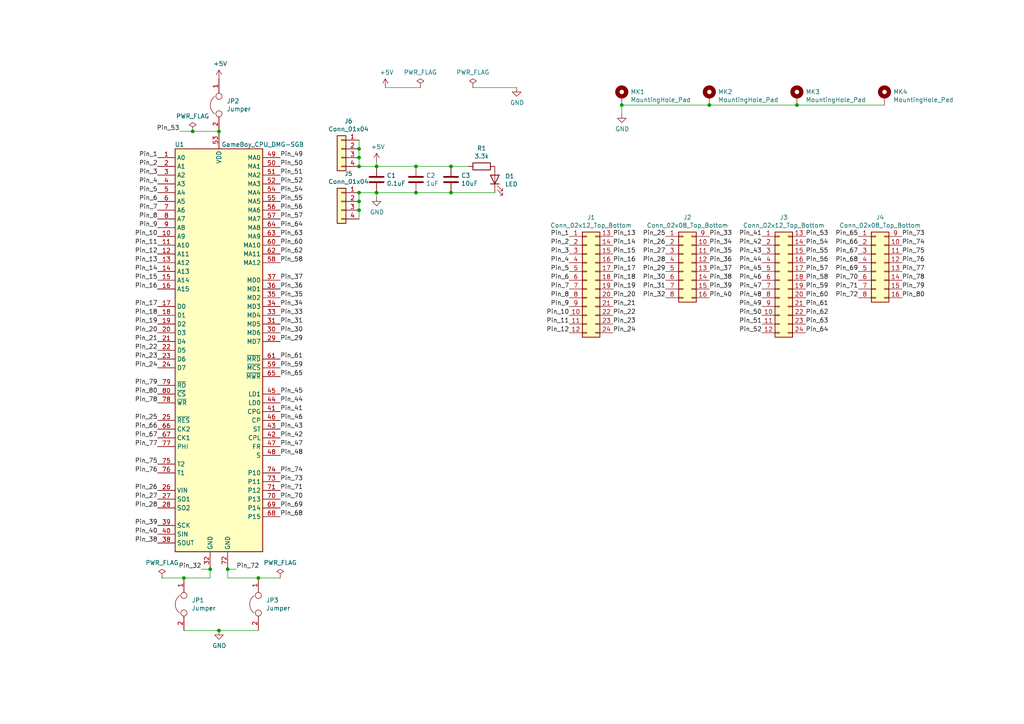
<source format=kicad_sch>
(kicad_sch (version 20211123) (generator eeschema)
  (paper "A4")
  (title_block (title "GB-BRK-CPU-G2") (rev "v1.1") (company "https://gekkio.fi"))
  (lib_symbols
    (symbol "Connector_Generic:Conn_01x04" (pin_names (offset 1.016) hide)
      (property "Reference" "J" (at 0 5.08 0))
      (property "Value" "Conn_01x04" (at 0 -7.62 0))
      (symbol "Conn_01x04_1_1"
        (rectangle (start -1.27 -4.953) (end 0 -5.207) (stroke (width 0.1524)))
        (rectangle (start -1.27 -2.413) (end 0 -2.667) (stroke (width 0.1524)))
        (rectangle (start -1.27 0.127) (end 0 -0.127) (stroke (width 0.1524)))
        (rectangle (start -1.27 2.667) (end 0 2.413) (stroke (width 0.1524)))
        (rectangle (start -1.27 3.81) (end 1.27 -6.35) (stroke (width 0.254)) (fill (type background)))
        (pin passive line (at -5.08 2.54 0) (length 3.81) (name "Pin_1") (number "1"))
        (pin passive line (at -5.08 0 0) (length 3.81) (name "Pin_2") (number "2"))
        (pin passive line (at -5.08 -2.54 0) (length 3.81) (name "Pin_3") (number "3"))
        (pin passive line (at -5.08 -5.08 0) (length 3.81) (name "Pin_4") (number "4"))
      )
    )
    (symbol "Connector_Generic:Conn_02x08_Top_Bottom" (pin_names (offset 1.016) hide)
      (property "Reference" "J" (at 1.27 10.16 0))
      (property "Value" "Conn_02x08_Top_Bottom" (at 1.27 -12.7 0))
      (symbol "Conn_02x08_Top_Bottom_1_1"
        (rectangle (start -1.27 -10.033) (end 0 -10.287) (stroke (width 0.1524)))
        (rectangle (start -1.27 -7.493) (end 0 -7.747) (stroke (width 0.1524)))
        (rectangle (start -1.27 -4.953) (end 0 -5.207) (stroke (width 0.1524)))
        (rectangle (start -1.27 -2.413) (end 0 -2.667) (stroke (width 0.1524)))
        (rectangle (start -1.27 0.127) (end 0 -0.127) (stroke (width 0.1524)))
        (rectangle (start -1.27 2.667) (end 0 2.413) (stroke (width 0.1524)))
        (rectangle (start -1.27 5.207) (end 0 4.953) (stroke (width 0.1524)))
        (rectangle (start -1.27 7.747) (end 0 7.493) (stroke (width 0.1524)))
        (rectangle (start -1.27 8.89) (end 3.81 -11.43) (stroke (width 0.254)) (fill (type background)))
        (rectangle (start 3.81 -10.033) (end 2.54 -10.287) (stroke (width 0.1524)))
        (rectangle (start 3.81 -7.493) (end 2.54 -7.747) (stroke (width 0.1524)))
        (rectangle (start 3.81 -4.953) (end 2.54 -5.207) (stroke (width 0.1524)))
        (rectangle (start 3.81 -2.413) (end 2.54 -2.667) (stroke (width 0.1524)))
        (rectangle (start 3.81 0.127) (end 2.54 -0.127) (stroke (width 0.1524)))
        (rectangle (start 3.81 2.667) (end 2.54 2.413) (stroke (width 0.1524)))
        (rectangle (start 3.81 5.207) (end 2.54 4.953) (stroke (width 0.1524)))
        (rectangle (start 3.81 7.747) (end 2.54 7.493) (stroke (width 0.1524)))
        (pin passive line (at -5.08 7.62 0) (length 3.81) (name "Pin_1") (number "1"))
        (pin passive line (at 7.62 5.08 180) (length 3.81) (name "Pin_10") (number "10"))
        (pin passive line (at 7.62 2.54 180) (length 3.81) (name "Pin_11") (number "11"))
        (pin passive line (at 7.62 0 180) (length 3.81) (name "Pin_12") (number "12"))
        (pin passive line (at 7.62 -2.54 180) (length 3.81) (name "Pin_13") (number "13"))
        (pin passive line (at 7.62 -5.08 180) (length 3.81) (name "Pin_14") (number "14"))
        (pin passive line (at 7.62 -7.62 180) (length 3.81) (name "Pin_15") (number "15"))
        (pin passive line (at 7.62 -10.16 180) (length 3.81) (name "Pin_16") (number "16"))
        (pin passive line (at -5.08 5.08 0) (length 3.81) (name "Pin_2") (number "2"))
        (pin passive line (at -5.08 2.54 0) (length 3.81) (name "Pin_3") (number "3"))
        (pin passive line (at -5.08 0 0) (length 3.81) (name "Pin_4") (number "4"))
        (pin passive line (at -5.08 -2.54 0) (length 3.81) (name "Pin_5") (number "5"))
        (pin passive line (at -5.08 -5.08 0) (length 3.81) (name "Pin_6") (number "6"))
        (pin passive line (at -5.08 -7.62 0) (length 3.81) (name "Pin_7") (number "7"))
        (pin passive line (at -5.08 -10.16 0) (length 3.81) (name "Pin_8") (number "8"))
        (pin passive line (at 7.62 7.62 180) (length 3.81) (name "Pin_9") (number "9"))
      )
    )
    (symbol "Connector_Generic:Conn_02x12_Top_Bottom" (pin_names (offset 1.016) hide)
      (property "Reference" "J" (at 1.27 15.24 0))
      (property "Value" "Conn_02x12_Top_Bottom" (at 1.27 -17.78 0))
      (symbol "Conn_02x12_Top_Bottom_1_1"
        (rectangle (start -1.27 -15.113) (end 0 -15.367) (stroke (width 0.1524)))
        (rectangle (start -1.27 -12.573) (end 0 -12.827) (stroke (width 0.1524)))
        (rectangle (start -1.27 -10.033) (end 0 -10.287) (stroke (width 0.1524)))
        (rectangle (start -1.27 -7.493) (end 0 -7.747) (stroke (width 0.1524)))
        (rectangle (start -1.27 -4.953) (end 0 -5.207) (stroke (width 0.1524)))
        (rectangle (start -1.27 -2.413) (end 0 -2.667) (stroke (width 0.1524)))
        (rectangle (start -1.27 0.127) (end 0 -0.127) (stroke (width 0.1524)))
        (rectangle (start -1.27 2.667) (end 0 2.413) (stroke (width 0.1524)))
        (rectangle (start -1.27 5.207) (end 0 4.953) (stroke (width 0.1524)))
        (rectangle (start -1.27 7.747) (end 0 7.493) (stroke (width 0.1524)))
        (rectangle (start -1.27 10.287) (end 0 10.033) (stroke (width 0.1524)))
        (rectangle (start -1.27 12.827) (end 0 12.573) (stroke (width 0.1524)))
        (rectangle (start -1.27 13.97) (end 3.81 -16.51) (stroke (width 0.254)) (fill (type background)))
        (rectangle (start 3.81 -15.113) (end 2.54 -15.367) (stroke (width 0.1524)))
        (rectangle (start 3.81 -12.573) (end 2.54 -12.827) (stroke (width 0.1524)))
        (rectangle (start 3.81 -10.033) (end 2.54 -10.287) (stroke (width 0.1524)))
        (rectangle (start 3.81 -7.493) (end 2.54 -7.747) (stroke (width 0.1524)))
        (rectangle (start 3.81 -4.953) (end 2.54 -5.207) (stroke (width 0.1524)))
        (rectangle (start 3.81 -2.413) (end 2.54 -2.667) (stroke (width 0.1524)))
        (rectangle (start 3.81 0.127) (end 2.54 -0.127) (stroke (width 0.1524)))
        (rectangle (start 3.81 2.667) (end 2.54 2.413) (stroke (width 0.1524)))
        (rectangle (start 3.81 5.207) (end 2.54 4.953) (stroke (width 0.1524)))
        (rectangle (start 3.81 7.747) (end 2.54 7.493) (stroke (width 0.1524)))
        (rectangle (start 3.81 10.287) (end 2.54 10.033) (stroke (width 0.1524)))
        (rectangle (start 3.81 12.827) (end 2.54 12.573) (stroke (width 0.1524)))
        (pin passive line (at -5.08 12.7 0) (length 3.81) (name "Pin_1") (number "1"))
        (pin passive line (at -5.08 -10.16 0) (length 3.81) (name "Pin_10") (number "10"))
        (pin passive line (at -5.08 -12.7 0) (length 3.81) (name "Pin_11") (number "11"))
        (pin passive line (at -5.08 -15.24 0) (length 3.81) (name "Pin_12") (number "12"))
        (pin passive line (at 7.62 12.7 180) (length 3.81) (name "Pin_13") (number "13"))
        (pin passive line (at 7.62 10.16 180) (length 3.81) (name "Pin_14") (number "14"))
        (pin passive line (at 7.62 7.62 180) (length 3.81) (name "Pin_15") (number "15"))
        (pin passive line (at 7.62 5.08 180) (length 3.81) (name "Pin_16") (number "16"))
        (pin passive line (at 7.62 2.54 180) (length 3.81) (name "Pin_17") (number "17"))
        (pin passive line (at 7.62 0 180) (length 3.81) (name "Pin_18") (number "18"))
        (pin passive line (at 7.62 -2.54 180) (length 3.81) (name "Pin_19") (number "19"))
        (pin passive line (at -5.08 10.16 0) (length 3.81) (name "Pin_2") (number "2"))
        (pin passive line (at 7.62 -5.08 180) (length 3.81) (name "Pin_20") (number "20"))
        (pin passive line (at 7.62 -7.62 180) (length 3.81) (name "Pin_21") (number "21"))
        (pin passive line (at 7.62 -10.16 180) (length 3.81) (name "Pin_22") (number "22"))
        (pin passive line (at 7.62 -12.7 180) (length 3.81) (name "Pin_23") (number "23"))
        (pin passive line (at 7.62 -15.24 180) (length 3.81) (name "Pin_24") (number "24"))
        (pin passive line (at -5.08 7.62 0) (length 3.81) (name "Pin_3") (number "3"))
        (pin passive line (at -5.08 5.08 0) (length 3.81) (name "Pin_4") (number "4"))
        (pin passive line (at -5.08 2.54 0) (length 3.81) (name "Pin_5") (number "5"))
        (pin passive line (at -5.08 0 0) (length 3.81) (name "Pin_6") (number "6"))
        (pin passive line (at -5.08 -2.54 0) (length 3.81) (name "Pin_7") (number "7"))
        (pin passive line (at -5.08 -5.08 0) (length 3.81) (name "Pin_8") (number "8"))
        (pin passive line (at -5.08 -7.62 0) (length 3.81) (name "Pin_9") (number "9"))
      )
    )
    (symbol "Device:C" (pin_numbers hide) (pin_names (offset 0.254))
      (property "Reference" "C" (at 0.635 2.54 0))
      (property "Value" "C" (at 0.635 -2.54 0))
      (symbol "C_0_1"
        (polyline (pts (xy -2.032 -0.762) (xy 2.032 -0.762)) (stroke (width 0.508)))
        (polyline (pts (xy -2.032 0.762) (xy 2.032 0.762)) (stroke (width 0.508)))
      )
      (symbol "C_1_1"
        (pin passive line (at 0 3.81 270) (length 2.794) (name "~") (number "1"))
        (pin passive line (at 0 -3.81 90) (length 2.794) (name "~") (number "2"))
      )
    )
    (symbol "Device:Jumper" (pin_names (offset 0.762) hide)
      (property "Reference" "JP" (at 0 3.81 0))
      (property "Value" "Jumper" (at 0 -2.032 0))
      (symbol "Jumper_0_1"
        (circle (center -2.54 0) (radius 0.889))
        (arc (start 2.5146 1.27) (mid 0.0078 2.5097) (end -2.4892 1.27))
        (circle (center 2.54 0) (radius 0.889))
        (pin passive line (at -7.62 0 0) (length 4.191) (name "1") (number "1"))
        (pin passive line (at 7.62 0 180) (length 4.191) (name "2") (number "2"))
      )
    )
    (symbol "Device:LED" (pin_numbers hide) (pin_names (offset 1.016) hide)
      (property "Reference" "D" (at 0 2.54 0))
      (property "Value" "LED" (at 0 -2.54 0))
      (symbol "LED_0_1"
        (polyline (pts (xy -1.27 -1.27) (xy -1.27 1.27)) (stroke (width 0.254)))
        (polyline (pts (xy -1.27 0) (xy 1.27 0)))
        (polyline (pts (xy 1.27 -1.27) (xy 1.27 1.27) (xy -1.27 0) (xy 1.27 -1.27)) (stroke (width 0.254)))
        (polyline (pts (xy -3.048 -0.762) (xy -4.572 -2.286) (xy -3.81 -2.286) (xy -4.572 -2.286) (xy -4.572 -1.524)))
        (polyline (pts (xy -1.778 -0.762) (xy -3.302 -2.286) (xy -2.54 -2.286) (xy -3.302 -2.286) (xy -3.302 -1.524)))
      )
      (symbol "LED_1_1"
        (pin passive line (at -3.81 0 0) (length 2.54) (name "K") (number "1"))
        (pin passive line (at 3.81 0 180) (length 2.54) (name "A") (number "2"))
      )
    )
    (symbol "Device:R" (pin_numbers hide) (pin_names (offset 0))
      (property "Reference" "R" (at 2.032 0 90))
      (property "Value" "R" (at 0 0 90))
      (symbol "R_0_1"
        (rectangle (start -1.016 -2.54) (end 1.016 2.54) (stroke (width 0.254)))
      )
      (symbol "R_1_1"
        (pin passive line (at 0 3.81 270) (length 1.27) (name "~") (number "1"))
        (pin passive line (at 0 -3.81 90) (length 1.27) (name "~") (number "2"))
      )
    )
    (symbol "Gekkio_CPU_Nintendo:GameBoy_CPU_MGB"
      (property "Reference" "U" (at -3.81 60.96 0))
      (property "Value" "GameBoy_CPU_MGB" (at 3.81 60.96 0))
      (symbol "GameBoy_CPU_MGB_0_1"
        (rectangle (start 12.7 -58.42) (end -12.7 58.42) (stroke (width 0.254)) (fill (type background)))
      )
      (symbol "GameBoy_CPU_MGB_1_1"
        (pin bidirectional line (at -17.78 55.88 0) (length 5.08) (name "A0") (number "1"))
        (pin bidirectional line (at -17.78 33.02 0) (length 5.08) (name "A9") (number "10"))
        (pin bidirectional line (at -17.78 30.48 0) (length 5.08) (name "A10") (number "11"))
        (pin bidirectional line (at -17.78 27.94 0) (length 5.08) (name "A11") (number "12"))
        (pin bidirectional line (at -17.78 25.4 0) (length 5.08) (name "A12") (number "13"))
        (pin bidirectional line (at -17.78 22.86 0) (length 5.08) (name "A13") (number "14"))
        (pin bidirectional line (at -17.78 20.32 0) (length 5.08) (name "A14") (number "15"))
        (pin bidirectional line (at -17.78 17.78 0) (length 5.08) (name "A15") (number "16"))
        (pin bidirectional line (at -17.78 12.7 0) (length 5.08) (name "D0") (number "17"))
        (pin bidirectional line (at -17.78 10.16 0) (length 5.08) (name "D1") (number "18"))
        (pin bidirectional line (at -17.78 7.62 0) (length 5.08) (name "D2") (number "19"))
        (pin bidirectional line (at -17.78 53.34 0) (length 5.08) (name "A1") (number "2"))
        (pin bidirectional line (at -17.78 5.08 0) (length 5.08) (name "D3") (number "20"))
        (pin bidirectional line (at -17.78 2.54 0) (length 5.08) (name "D4") (number "21"))
        (pin bidirectional line (at -17.78 0 0) (length 5.08) (name "D5") (number "22"))
        (pin bidirectional line (at -17.78 -2.54 0) (length 5.08) (name "D6") (number "23"))
        (pin bidirectional line (at -17.78 -5.08 0) (length 5.08) (name "D7") (number "24"))
        (pin input line (at -17.78 -20.32 0) (length 5.08) (name "~{RES}") (number "25"))
        (pin passive line (at -17.78 -40.64 0) (length 5.08) (name "VIN") (number "26"))
        (pin passive line (at -17.78 -43.18 0) (length 5.08) (name "SO1") (number "27"))
        (pin passive line (at -17.78 -45.72 0) (length 5.08) (name "SO2") (number "28"))
        (pin bidirectional line (at 17.78 2.54 180) (length 5.08) (name "MD7") (number "29"))
        (pin bidirectional line (at -17.78 50.8 0) (length 5.08) (name "A2") (number "3"))
        (pin bidirectional line (at 17.78 5.08 180) (length 5.08) (name "MD6") (number "30"))
        (pin bidirectional line (at 17.78 7.62 180) (length 5.08) (name "MD5") (number "31"))
        (pin power_in line (at -2.54 -63.5 90) (length 5.08) (name "GND") (number "32"))
        (pin bidirectional line (at 17.78 10.16 180) (length 5.08) (name "MD4") (number "33"))
        (pin bidirectional line (at 17.78 12.7 180) (length 5.08) (name "MD3") (number "34"))
        (pin bidirectional line (at 17.78 15.24 180) (length 5.08) (name "MD2") (number "35"))
        (pin bidirectional line (at 17.78 17.78 180) (length 5.08) (name "MD1") (number "36"))
        (pin bidirectional line (at 17.78 20.32 180) (length 5.08) (name "MD0") (number "37"))
        (pin output line (at -17.78 -55.88 0) (length 5.08) (name "SOUT") (number "38"))
        (pin bidirectional line (at -17.78 -50.8 0) (length 5.08) (name "SCK") (number "39"))
        (pin bidirectional line (at -17.78 48.26 0) (length 5.08) (name "A3") (number "4"))
        (pin input line (at -17.78 -53.34 0) (length 5.08) (name "SIN") (number "40"))
        (pin output line (at 17.78 -17.78 180) (length 5.08) (name "CPG") (number "41"))
        (pin output line (at 17.78 -25.4 180) (length 5.08) (name "CPL") (number "42"))
        (pin output line (at 17.78 -22.86 180) (length 5.08) (name "ST") (number "43"))
        (pin output line (at 17.78 -15.24 180) (length 5.08) (name "LD0") (number "44"))
        (pin output line (at 17.78 -12.7 180) (length 5.08) (name "LD1") (number "45"))
        (pin output line (at 17.78 -20.32 180) (length 5.08) (name "CP") (number "46"))
        (pin output line (at 17.78 -27.94 180) (length 5.08) (name "FR") (number "47"))
        (pin output line (at 17.78 -30.48 180) (length 5.08) (name "S") (number "48"))
        (pin output line (at 17.78 55.88 180) (length 5.08) (name "MA0") (number "49"))
        (pin bidirectional line (at -17.78 45.72 0) (length 5.08) (name "A4") (number "5"))
        (pin output line (at 17.78 53.34 180) (length 5.08) (name "MA1") (number "50"))
        (pin output line (at 17.78 50.8 180) (length 5.08) (name "MA2") (number "51"))
        (pin output line (at 17.78 48.26 180) (length 5.08) (name "MA3") (number "52"))
        (pin power_in line (at 0 63.5 270) (length 5.08) (name "VDD") (number "53"))
        (pin output line (at 17.78 45.72 180) (length 5.08) (name "MA4") (number "54"))
        (pin output line (at 17.78 43.18 180) (length 5.08) (name "MA5") (number "55"))
        (pin output line (at 17.78 40.64 180) (length 5.08) (name "MA6") (number "56"))
        (pin output line (at 17.78 38.1 180) (length 5.08) (name "MA7") (number "57"))
        (pin output line (at 17.78 25.4 180) (length 5.08) (name "MA12") (number "58"))
        (pin bidirectional line (at 17.78 -5.08 180) (length 5.08) (name "~{MCS}") (number "59"))
        (pin bidirectional line (at -17.78 43.18 0) (length 5.08) (name "A5") (number "6"))
        (pin output line (at 17.78 30.48 180) (length 5.08) (name "MA10") (number "60"))
        (pin bidirectional line (at 17.78 -2.54 180) (length 5.08) (name "~{MRD}") (number "61"))
        (pin output line (at 17.78 27.94 180) (length 5.08) (name "MA11") (number "62"))
        (pin output line (at 17.78 33.02 180) (length 5.08) (name "MA9") (number "63"))
        (pin output line (at 17.78 35.56 180) (length 5.08) (name "MA8") (number "64"))
        (pin bidirectional line (at 17.78 -7.62 180) (length 5.08) (name "~{MWR}") (number "65"))
        (pin passive line (at -17.78 -22.86 0) (length 5.08) (name "CK2") (number "66"))
        (pin input line (at -17.78 -25.4 0) (length 5.08) (name "CK1") (number "67"))
        (pin output line (at 17.78 -48.26 180) (length 5.08) (name "P15") (number "68"))
        (pin output line (at 17.78 -45.72 180) (length 5.08) (name "P14") (number "69"))
        (pin bidirectional line (at -17.78 40.64 0) (length 5.08) (name "A6") (number "7"))
        (pin input line (at 17.78 -43.18 180) (length 5.08) (name "P13") (number "70"))
        (pin input line (at 17.78 -40.64 180) (length 5.08) (name "P12") (number "71"))
        (pin power_in line (at 2.54 -63.5 90) (length 5.08) (name "GND") (number "72"))
        (pin input line (at 17.78 -38.1 180) (length 5.08) (name "P11") (number "73"))
        (pin input line (at 17.78 -35.56 180) (length 5.08) (name "P10") (number "74"))
        (pin input line (at -17.78 -33.02 0) (length 5.08) (name "T2") (number "75"))
        (pin input line (at -17.78 -35.56 0) (length 5.08) (name "T1") (number "76"))
        (pin output line (at -17.78 -27.94 0) (length 5.08) (name "PHI") (number "77"))
        (pin bidirectional line (at -17.78 -15.24 0) (length 5.08) (name "~{WR}") (number "78"))
        (pin bidirectional line (at -17.78 -10.16 0) (length 5.08) (name "~{RD}") (number "79"))
        (pin bidirectional line (at -17.78 38.1 0) (length 5.08) (name "A7") (number "8"))
        (pin output line (at -17.78 -12.7 0) (length 5.08) (name "~{CS}") (number "80"))
        (pin bidirectional line (at -17.78 35.56 0) (length 5.08) (name "A8") (number "9"))
      )
    )
    (symbol "Mechanical:MountingHole_Pad" (pin_numbers hide) (pin_names (offset 1.016) hide)
      (property "Reference" "H" (at 0 6.35 0))
      (property "Value" "MountingHole_Pad" (at 0 4.445 0))
      (symbol "MountingHole_Pad_0_1"
        (circle (center 0 1.27) (radius 1.27) (stroke (width 1.27)))
      )
      (symbol "MountingHole_Pad_1_1"
        (pin input line (at 0 -2.54 90) (length 2.54) (name "1") (number "1"))
      )
    )
    (symbol "power:+5V" (power) (pin_names (offset 0))
      (property "Value" "+5V" (at 0 3.556 0))
      (symbol "+5V_0_1"
        (polyline (pts (xy -0.762 1.27) (xy 0 2.54)))
        (polyline (pts (xy 0 0) (xy 0 2.54)))
        (polyline (pts (xy 0 2.54) (xy 0.762 1.27)))
      )
      (symbol "+5V_1_1"
        (pin power_in line (at 0 0 90) (length 0) hide (name "+5V") (number "1"))
      )
    )
    (symbol "power:GND" (power) (pin_names (offset 0))
      (property "Value" "GND" (at 0 -3.81 0))
      (symbol "GND_0_1"
        (polyline (pts (xy 0 0) (xy 0 -1.27) (xy 1.27 -1.27) (xy 0 -2.54) (xy -1.27 -1.27) (xy 0 -1.27)))
      )
      (symbol "GND_1_1"
        (pin power_in line (at 0 0 270) (length 0) hide (name "GND") (number "1"))
      )
    )
    (symbol "power:PWR_FLAG" (power) (pin_numbers hide) (pin_names (offset 0) hide)
      (property "Value" "PWR_FLAG" (at 0 3.81 0))
      (symbol "PWR_FLAG_0_0"
        (pin power_out line (at 0 0 90) (length 0) (name "pwr") (number "1"))
      )
      (symbol "PWR_FLAG_0_1"
        (polyline (pts (xy 0 0) (xy 0 1.27) (xy -1.016 1.905) (xy 0 2.54) (xy 1.016 1.905) (xy 0 1.27)))
      )
    )
  )
  (junction (at 104.14 60.96))
  (junction (at 104.14 55.88))
  (junction (at 63.5 38.1))
  (junction (at 180.34 30.48))
  (junction (at 74.93 167.64))
  (junction (at 104.14 45.72))
  (junction (at 109.22 48.26))
  (junction (at 104.14 43.18))
  (junction (at 104.14 48.26))
  (junction (at 120.65 55.88))
  (junction (at 120.65 48.26))
  (junction (at 130.81 48.26))
  (junction (at 130.81 55.88))
  (junction (at 231.14 30.48))
  (junction (at 55.88 38.1))
  (junction (at 109.22 55.88))
  (junction (at 205.74 30.48))
  (junction (at 63.5 182.88))
  (junction (at 104.14 58.42))
  (junction (at 53.34 167.64))
  (junction (at 66.04 165.1))
  (junction (at 60.96 165.1))
  (wire (pts (xy 180.34 30.48) (xy 180.34 33.02)))
  (wire (pts (xy 120.65 55.88) (xy 130.81 55.88)))
  (wire (pts (xy 104.14 48.26) (xy 109.22 48.26)))
  (wire (pts (xy 130.81 55.88) (xy 143.51 55.88)))
  (wire (pts (xy 52.07 38.1) (xy 55.88 38.1)))
  (wire (pts (xy 109.22 46.99) (xy 109.22 48.26)))
  (wire (pts (xy 63.5 182.88) (xy 74.93 182.88)))
  (wire (pts (xy 60.96 165.1) (xy 58.42 165.1)))
  (wire (pts (xy 46.99 167.64) (xy 53.34 167.64)))
  (wire (pts (xy 74.93 167.64) (xy 66.04 167.64)))
  (wire (pts (xy 104.14 60.96) (xy 104.14 63.5)))
  (wire (pts (xy 53.34 182.88) (xy 63.5 182.88)))
  (wire (pts (xy 109.22 48.26) (xy 120.65 48.26)))
  (wire (pts (xy 55.88 38.1) (xy 63.5 38.1)))
  (wire (pts (xy 104.14 40.64) (xy 104.14 43.18)))
  (wire (pts (xy 180.34 30.48) (xy 205.74 30.48)))
  (wire (pts (xy 104.14 55.88) (xy 104.14 58.42)))
  (wire (pts (xy 109.22 55.88) (xy 120.65 55.88)))
  (wire (pts (xy 111.76 25.4) (xy 121.92 25.4)))
  (wire (pts (xy 130.81 48.26) (xy 135.89 48.26)))
  (wire (pts (xy 109.22 55.88) (xy 104.14 55.88)))
  (wire (pts (xy 66.04 165.1) (xy 66.04 167.64)))
  (wire (pts (xy 74.93 167.64) (xy 81.28 167.64)))
  (wire (pts (xy 104.14 58.42) (xy 104.14 60.96)))
  (wire (pts (xy 104.14 43.18) (xy 104.14 45.72)))
  (wire (pts (xy 68.58 165.1) (xy 66.04 165.1)))
  (wire (pts (xy 60.96 167.64) (xy 53.34 167.64)))
  (wire (pts (xy 120.65 48.26) (xy 130.81 48.26)))
  (wire (pts (xy 137.16 25.4) (xy 149.86 25.4)))
  (wire (pts (xy 104.14 45.72) (xy 104.14 48.26)))
  (wire (pts (xy 205.74 30.48) (xy 231.14 30.48)))
  (wire (pts (xy 231.14 30.48) (xy 256.54 30.48)))
  (wire (pts (xy 109.22 55.88) (xy 109.22 57.15)))
  (wire (pts (xy 60.96 165.1) (xy 60.96 167.64)))
  (label "Pin_40" (at 205.74 86.36 0))
  (label "Pin_11" (at 165.1 93.98 180))
  (label "Pin_34" (at 205.74 71.12 0))
  (label "Pin_8" (at 165.1 86.36 180))
  (label "Pin_48" (at 81.28 132.08 0))
  (label "Pin_30" (at 193.04 81.28 180))
  (label "Pin_25" (at 45.72 121.92 180))
  (label "Pin_65" (at 81.28 109.22 0))
  (label "Pin_48" (at 220.98 86.36 180))
  (label "Pin_76" (at 45.72 137.16 180))
  (label "Pin_28" (at 45.72 147.32 180))
  (label "Pin_61" (at 233.68 88.9 0))
  (label "Pin_9" (at 45.72 66.04 180))
  (label "Pin_2" (at 45.72 48.26 180))
  (label "Pin_39" (at 45.72 152.4 180))
  (label "Pin_26" (at 45.72 142.24 180))
  (label "Pin_43" (at 81.28 124.46 0))
  (label "Pin_15" (at 45.72 81.28 180))
  (label "Pin_57" (at 81.28 63.5 0))
  (label "Pin_29" (at 193.04 78.74 180))
  (label "Pin_46" (at 220.98 81.28 180))
  (label "Pin_51" (at 220.98 93.98 180))
  (label "Pin_15" (at 177.8 73.66 0))
  (label "Pin_30" (at 81.28 96.52 0))
  (label "Pin_79" (at 261.62 83.82 0))
  (label "Pin_78" (at 261.62 81.28 0))
  (label "Pin_24" (at 177.8 96.52 0))
  (label "Pin_10" (at 165.1 91.44 180))
  (label "Pin_62" (at 233.68 91.44 0))
  (label "Pin_31" (at 193.04 83.82 180))
  (label "Pin_24" (at 45.72 106.68 180))
  (label "Pin_3" (at 45.72 50.8 180))
  (label "Pin_40" (at 45.72 154.94 180))
  (label "Pin_43" (at 220.98 73.66 180))
  (label "Pin_55" (at 81.28 58.42 0))
  (label "Pin_20" (at 45.72 96.52 180))
  (label "Pin_78" (at 45.72 116.84 180))
  (label "Pin_35" (at 205.74 73.66 0))
  (label "Pin_45" (at 220.98 78.74 180))
  (label "Pin_52" (at 81.28 53.34 0))
  (label "Pin_39" (at 205.74 83.82 0))
  (label "Pin_77" (at 261.62 78.74 0))
  (label "Pin_41" (at 81.28 119.38 0))
  (label "Pin_58" (at 81.28 76.2 0))
  (label "Pin_38" (at 45.72 157.48 180))
  (label "Pin_51" (at 81.28 50.8 0))
  (label "Pin_35" (at 81.28 86.36 0))
  (label "Pin_37" (at 205.74 78.74 0))
  (label "Pin_12" (at 165.1 96.52 180))
  (label "Pin_59" (at 81.28 106.68 0))
  (label "Pin_36" (at 205.74 76.2 0))
  (label "Pin_33" (at 205.74 68.58 0))
  (label "Pin_5" (at 165.1 78.74 180))
  (label "Pin_17" (at 177.8 78.74 0))
  (label "Pin_47" (at 81.28 129.54 0))
  (label "Pin_16" (at 177.8 76.2 0))
  (label "Pin_28" (at 193.04 76.2 180))
  (label "Pin_69" (at 81.28 147.32 0))
  (label "Pin_25" (at 193.04 68.58 180))
  (label "Pin_10" (at 45.72 68.58 180))
  (label "Pin_65" (at 248.92 68.58 180))
  (label "Pin_9" (at 165.1 88.9 180))
  (label "Pin_80" (at 45.72 114.3 180))
  (label "Pin_37" (at 81.28 81.28 0))
  (label "Pin_73" (at 81.28 139.7 0))
  (label "Pin_76" (at 261.62 76.2 0))
  (label "Pin_52" (at 220.98 96.52 180))
  (label "Pin_14" (at 177.8 71.12 0))
  (label "Pin_23" (at 45.72 104.14 180))
  (label "Pin_20" (at 177.8 86.36 0))
  (label "Pin_67" (at 45.72 127 180))
  (label "Pin_80" (at 261.62 86.36 0))
  (label "Pin_1" (at 45.72 45.72 180))
  (label "Pin_57" (at 233.68 78.74 0))
  (label "Pin_53" (at 52.07 38.1 180))
  (label "Pin_3" (at 165.1 73.66 180))
  (label "Pin_61" (at 81.28 104.14 0))
  (label "Pin_50" (at 220.98 91.44 180))
  (label "Pin_64" (at 81.28 66.04 0))
  (label "Pin_32" (at 193.04 86.36 180))
  (label "Pin_18" (at 177.8 81.28 0))
  (label "Pin_18" (at 45.72 91.44 180))
  (label "Pin_56" (at 81.28 60.96 0))
  (label "Pin_66" (at 248.92 71.12 180))
  (label "Pin_54" (at 81.28 55.88 0))
  (label "Pin_26" (at 193.04 71.12 180))
  (label "Pin_45" (at 81.28 114.3 0))
  (label "Pin_19" (at 177.8 83.82 0))
  (label "Pin_13" (at 45.72 76.2 180))
  (label "Pin_68" (at 81.28 149.86 0))
  (label "Pin_22" (at 45.72 101.6 180))
  (label "Pin_27" (at 193.04 73.66 180))
  (label "Pin_59" (at 233.68 83.82 0))
  (label "Pin_6" (at 165.1 81.28 180))
  (label "Pin_33" (at 81.28 91.44 0))
  (label "Pin_22" (at 177.8 91.44 0))
  (label "Pin_53" (at 233.68 68.58 0))
  (label "Pin_70" (at 248.92 81.28 180))
  (label "Pin_41" (at 220.98 68.58 180))
  (label "Pin_23" (at 177.8 93.98 0))
  (label "Pin_31" (at 81.28 93.98 0))
  (label "Pin_72" (at 68.58 165.1 0))
  (label "Pin_50" (at 81.28 48.26 0))
  (label "Pin_4" (at 45.72 53.34 180))
  (label "Pin_74" (at 81.28 137.16 0))
  (label "Pin_44" (at 81.28 116.84 0))
  (label "Pin_2" (at 165.1 71.12 180))
  (label "Pin_66" (at 45.72 124.46 180))
  (label "Pin_32" (at 58.42 165.1 180))
  (label "Pin_17" (at 45.72 88.9 180))
  (label "Pin_12" (at 45.72 73.66 180))
  (label "Pin_69" (at 248.92 78.74 180))
  (label "Pin_64" (at 233.68 96.52 0))
  (label "Pin_67" (at 248.92 73.66 180))
  (label "Pin_58" (at 233.68 81.28 0))
  (label "Pin_63" (at 233.68 93.98 0))
  (label "Pin_36" (at 81.28 83.82 0))
  (label "Pin_71" (at 81.28 142.24 0))
  (label "Pin_21" (at 45.72 99.06 180))
  (label "Pin_71" (at 248.92 83.82 180))
  (label "Pin_19" (at 45.72 93.98 180))
  (label "Pin_1" (at 165.1 68.58 180))
  (label "Pin_21" (at 177.8 88.9 0))
  (label "Pin_38" (at 205.74 81.28 0))
  (label "Pin_74" (at 261.62 71.12 0))
  (label "Pin_49" (at 81.28 45.72 0))
  (label "Pin_60" (at 81.28 71.12 0))
  (label "Pin_73" (at 261.62 68.58 0))
  (label "Pin_63" (at 81.28 68.58 0))
  (label "Pin_7" (at 165.1 83.82 180))
  (label "Pin_77" (at 45.72 129.54 180))
  (label "Pin_68" (at 248.92 76.2 180))
  (label "Pin_16" (at 45.72 83.82 180))
  (label "Pin_29" (at 81.28 99.06 0))
  (label "Pin_13" (at 177.8 68.58 0))
  (label "Pin_42" (at 220.98 71.12 180))
  (label "Pin_27" (at 45.72 144.78 180))
  (label "Pin_44" (at 220.98 76.2 180))
  (label "Pin_62" (at 81.28 73.66 0))
  (label "Pin_6" (at 45.72 58.42 180))
  (label "Pin_72" (at 248.92 86.36 180))
  (label "Pin_49" (at 220.98 88.9 180))
  (label "Pin_54" (at 233.68 71.12 0))
  (label "Pin_7" (at 45.72 60.96 180))
  (label "Pin_8" (at 45.72 63.5 180))
  (label "Pin_34" (at 81.28 88.9 0))
  (label "Pin_60" (at 233.68 86.36 0))
  (label "Pin_79" (at 45.72 111.76 180))
  (label "Pin_75" (at 261.62 73.66 0))
  (label "Pin_4" (at 165.1 76.2 180))
  (label "Pin_11" (at 45.72 71.12 180))
  (label "Pin_46" (at 81.28 121.92 0))
  (label "Pin_5" (at 45.72 55.88 180))
  (label "Pin_75" (at 45.72 134.62 180))
  (label "Pin_14" (at 45.72 78.74 180))
  (label "Pin_42" (at 81.28 127 0))
  (label "Pin_56" (at 233.68 76.2 0))
  (label "Pin_47" (at 220.98 83.82 180))
  (label "Pin_55" (at 233.68 73.66 0))
  (label "Pin_70" (at 81.28 144.78 0))
  (symbol (lib_id "Gekkio_CPU_Nintendo:GameBoy_CPU_MGB") (at 63.5 101.6 0) (unit 1)
    (property "Reference" "U1" (at 52.07 41.91 0))
    (property "Value" "GameBoy_CPU_DMG-SGB" (at 76.2 41.91 0))
    (property "Footprint" "Gekkio_Package_QFP:Sharp_QFP-80_14x20mm_P0.8mm" (effects hide))
  )
  (symbol (lib_id "Connector_Generic:Conn_01x04") (at 99.06 58.42 0) (mirror y) (unit 1)
    (property "Reference" "J5" (at 101.092 50.3682 0))
    (property "Value" "Conn_01x04" (at 101.092 52.6796 0))
    (property "Footprint" "Connector_PinHeader_2.54mm:PinHeader_1x04_P2.54mm_Vertical" (effects hide))
  )
  (symbol (lib_id "Connector_Generic:Conn_02x12_Top_Bottom") (at 170.18 81.28 0) (unit 1)
    (property "Reference" "J1" (at 171.45 63.0682 0))
    (property "Value" "Conn_02x12_Top_Bottom" (at 171.45 65.3796 0))
    (property "Footprint" "Connector_PinHeader_2.54mm:PinHeader_2x12_P2.54mm_Vertical" (effects hide))
  )
  (symbol (lib_id "Connector_Generic:Conn_02x12_Top_Bottom") (at 226.06 81.28 0) (unit 1)
    (property "Reference" "J3" (at 227.33 63.0682 0))
    (property "Value" "Conn_02x12_Top_Bottom" (at 227.33 65.3796 0))
    (property "Footprint" "Connector_PinHeader_2.54mm:PinHeader_2x12_P2.54mm_Vertical" (effects hide))
  )
  (symbol (lib_id "Connector_Generic:Conn_02x08_Top_Bottom") (at 198.12 76.2 0) (unit 1)
    (property "Reference" "J2" (at 199.39 63.0682 0))
    (property "Value" "Conn_02x08_Top_Bottom" (at 199.39 65.3796 0))
    (property "Footprint" "Connector_PinHeader_2.54mm:PinHeader_2x08_P2.54mm_Vertical" (effects hide))
  )
  (symbol (lib_id "Connector_Generic:Conn_02x08_Top_Bottom") (at 254 76.2 0) (unit 1)
    (property "Reference" "J4" (at 255.27 63.0682 0))
    (property "Value" "Conn_02x08_Top_Bottom" (at 255.27 65.3796 0))
    (property "Footprint" "Connector_PinHeader_2.54mm:PinHeader_2x08_P2.54mm_Vertical" (effects hide))
  )
  (symbol (lib_id "Connector_Generic:Conn_01x04") (at 99.06 43.18 0) (mirror y) (unit 1)
    (property "Reference" "J6" (at 101.092 35.1282 0))
    (property "Value" "Conn_01x04" (at 101.092 37.4396 0))
    (property "Footprint" "Connector_PinHeader_2.54mm:PinHeader_1x04_P2.54mm_Vertical" (effects hide))
  )
  (symbol (lib_id "power:PWR_FLAG") (at 55.88 38.1 0) (unit 1)
    (property "Reference" "#FLG0101" (effects hide))
    (property "Value" "PWR_FLAG" (at 55.88 33.6804 0))
  )
  (symbol (lib_id "power:PWR_FLAG") (at 81.28 167.64 0) (unit 1)
    (property "Reference" "#FLG0102" (effects hide))
    (property "Value" "PWR_FLAG" (at 81.28 163.2204 0))
  )
  (symbol (lib_id "power:PWR_FLAG") (at 46.99 167.64 0) (unit 1)
    (property "Reference" "#FLG0103" (effects hide))
    (property "Value" "PWR_FLAG" (at 46.99 163.2204 0))
  )
  (symbol (lib_id "power:PWR_FLAG") (at 121.92 25.4 0) (unit 1)
    (property "Reference" "#FLG0104" (effects hide))
    (property "Value" "PWR_FLAG" (at 121.92 20.9804 0))
  )
  (symbol (lib_id "power:PWR_FLAG") (at 137.16 25.4 0) (unit 1)
    (property "Reference" "#FLG0105" (effects hide))
    (property "Value" "PWR_FLAG" (at 137.16 20.9804 0))
  )
  (symbol (lib_id "power:+5V") (at 111.76 25.4 0) (unit 1)
    (property "Reference" "#PWR0105" (effects hide))
    (property "Value" "+5V" (at 112.141 21.0058 0))
  )
  (symbol (lib_id "power:GND") (at 149.86 25.4 0) (unit 1)
    (property "Reference" "#PWR0106" (effects hide))
    (property "Value" "GND" (at 149.987 29.7942 0))
  )
  (symbol (lib_id "power:GND") (at 63.5 182.88 0) (unit 1)
    (property "Reference" "#PWR0101" (effects hide))
    (property "Value" "GND" (at 63.627 187.2742 0))
  )
  (symbol (lib_id "power:+5V") (at 63.5 22.86 0) (unit 1)
    (property "Reference" "#PWR0102" (effects hide))
    (property "Value" "+5V" (at 63.881 18.4658 0))
  )
  (symbol (lib_id "Device:Jumper") (at 53.34 175.26 90) (mirror x) (unit 1)
    (property "Reference" "JP1" (at 55.5752 174.0916 90) (effects (justify right)))
    (property "Value" "Jumper" (at 55.5752 176.403 90) (effects (justify right)))
    (property "Footprint" "Jumper:SolderJumper-2_P1.3mm_Open_TrianglePad1.0x1.5mm" (effects hide))
  )
  (symbol (lib_id "Device:Jumper") (at 74.93 175.26 90) (mirror x) (unit 1)
    (property "Reference" "JP3" (at 77.1652 174.0916 90) (effects (justify right)))
    (property "Value" "Jumper" (at 77.1652 176.403 90) (effects (justify right)))
    (property "Footprint" "Jumper:SolderJumper-2_P1.3mm_Open_TrianglePad1.0x1.5mm" (effects hide))
  )
  (symbol (lib_id "Device:Jumper") (at 63.5 30.48 90) (mirror x) (unit 1)
    (property "Reference" "JP2" (at 65.7352 29.3116 90) (effects (justify right)))
    (property "Value" "Jumper" (at 65.7352 31.623 90) (effects (justify right)))
    (property "Footprint" "Jumper:SolderJumper-2_P1.3mm_Open_TrianglePad1.0x1.5mm" (effects hide))
  )
  (symbol (lib_id "power:+5V") (at 109.22 46.99 0) (unit 1)
    (property "Reference" "#PWR0103" (effects hide))
    (property "Value" "+5V" (at 109.601 42.5958 0))
  )
  (symbol (lib_id "power:GND") (at 109.22 57.15 0) (unit 1)
    (property "Reference" "#PWR0104" (effects hide))
    (property "Value" "GND" (at 109.347 61.5442 0))
  )
  (symbol (lib_id "Device:C") (at 109.22 52.07 0) (unit 1)
    (property "Reference" "C1" (at 112.141 50.9016 0) (effects (justify left)))
    (property "Value" "0.1uF" (at 112.141 53.213 0) (effects (justify left)))
    (property "Footprint" "Capacitor_SMD:C_0603_1608Metric" (effects hide))
  )
  (symbol (lib_id "Device:C") (at 120.65 52.07 0) (unit 1)
    (property "Reference" "C2" (at 123.571 50.9016 0) (effects (justify left)))
    (property "Value" "1uF" (at 123.571 53.213 0) (effects (justify left)))
    (property "Footprint" "Capacitor_SMD:C_0805_2012Metric" (effects hide))
  )
  (symbol (lib_id "Device:LED") (at 143.51 52.07 90) (unit 1)
    (property "Reference" "D1" (at 146.4818 51.1048 90) (effects (justify right)))
    (property "Value" "LED" (at 146.4818 53.4162 90) (effects (justify right)))
    (property "Footprint" "LED_SMD:LED_0603_1608Metric" (effects hide))
  )
  (symbol (lib_id "Device:R") (at 139.7 48.26 270) (mirror x) (unit 1)
    (property "Reference" "R1" (at 139.7 43.0022 90))
    (property "Value" "3.3k" (at 139.7 45.3136 90))
    (property "Footprint" "Resistor_SMD:R_0603_1608Metric" (effects hide))
  )
  (symbol (lib_id "Device:C") (at 130.81 52.07 0) (unit 1)
    (property "Reference" "C3" (at 133.731 50.9016 0) (effects (justify left)))
    (property "Value" "10uF" (at 133.731 53.213 0) (effects (justify left)))
    (property "Footprint" "Capacitor_SMD:C_1206_3216Metric" (effects hide))
  )
  (symbol (lib_id "Mechanical:MountingHole_Pad") (at 180.34 27.94 0) (unit 1)
    (property "Reference" "MK1" (at 182.88 26.6446 0) (effects (justify left)))
    (property "Value" "MountingHole_Pad" (at 182.88 28.956 0) (effects (justify left)))
    (property "Footprint" "MountingHole:MountingHole_3.2mm_M3_Pad_Via" (effects hide))
  )
  (symbol (lib_id "Mechanical:MountingHole_Pad") (at 205.74 27.94 0) (unit 1)
    (property "Reference" "MK2" (at 208.28 26.6446 0) (effects (justify left)))
    (property "Value" "MountingHole_Pad" (at 208.28 28.956 0) (effects (justify left)))
    (property "Footprint" "MountingHole:MountingHole_3.2mm_M3_Pad_Via" (effects hide))
  )
  (symbol (lib_id "Mechanical:MountingHole_Pad") (at 231.14 27.94 0) (unit 1)
    (property "Reference" "MK3" (at 233.68 26.6446 0) (effects (justify left)))
    (property "Value" "MountingHole_Pad" (at 233.68 28.956 0) (effects (justify left)))
    (property "Footprint" "MountingHole:MountingHole_3.2mm_M3_Pad_Via" (effects hide))
  )
  (symbol (lib_id "Mechanical:MountingHole_Pad") (at 256.54 27.94 0) (unit 1)
    (property "Reference" "MK4" (at 259.08 26.6446 0) (effects (justify left)))
    (property "Value" "MountingHole_Pad" (at 259.08 28.956 0) (effects (justify left)))
    (property "Footprint" "MountingHole:MountingHole_3.2mm_M3_Pad_Via" (effects hide))
  )
  (symbol (lib_id "power:GND") (at 180.34 33.02 0) (unit 1)
    (property "Reference" "#PWR01" (effects hide))
    (property "Value" "GND" (at 180.467 37.4142 0))
  )
)
</source>
